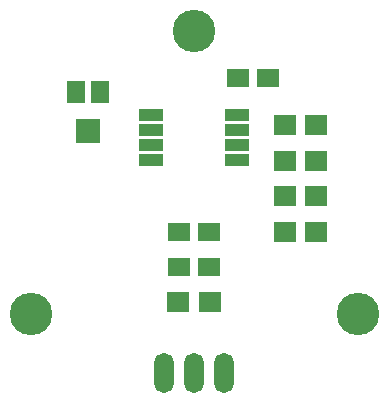
<source format=gts>
G04 #@! TF.FileFunction,Soldermask,Top*
%FSLAX46Y46*%
G04 Gerber Fmt 4.6, Leading zero omitted, Abs format (unit mm)*
G04 Created by KiCad (PCBNEW 4.0.4+e1-6308~48~ubuntu16.04.1-stable) date Sat Nov 26 13:58:56 2016*
%MOMM*%
%LPD*%
G01*
G04 APERTURE LIST*
%ADD10C,0.100000*%
%ADD11R,1.900000X1.650000*%
%ADD12R,2.100000X1.050000*%
%ADD13O,1.650000X3.400000*%
%ADD14R,1.900000X1.700000*%
%ADD15R,1.600000X1.900000*%
%ADD16R,2.000000X2.100000*%
%ADD17C,3.600000*%
G04 APERTURE END LIST*
D10*
D11*
X141250000Y-96000000D03*
X138750000Y-96000000D03*
D12*
X136350000Y-86095000D03*
X136350000Y-87365000D03*
X136350000Y-88635000D03*
X136350000Y-89905000D03*
X143650000Y-89905000D03*
X143650000Y-88635000D03*
X143650000Y-87365000D03*
X143650000Y-86095000D03*
D13*
X137460000Y-108000000D03*
X140000000Y-108000000D03*
X142540000Y-108000000D03*
D14*
X141350000Y-102000000D03*
X138650000Y-102000000D03*
X147650000Y-96000000D03*
X150350000Y-96000000D03*
X150350000Y-90000000D03*
X147650000Y-90000000D03*
X150350000Y-87000000D03*
X147650000Y-87000000D03*
D15*
X132000000Y-84200000D03*
D16*
X131000000Y-87500000D03*
D15*
X130000000Y-84200000D03*
D17*
X140000000Y-79000000D03*
X126143594Y-103000000D03*
X153856406Y-103000000D03*
D11*
X143750000Y-83000000D03*
X146250000Y-83000000D03*
X141250000Y-99000000D03*
X138750000Y-99000000D03*
D14*
X150350000Y-93000000D03*
X147650000Y-93000000D03*
M02*

</source>
